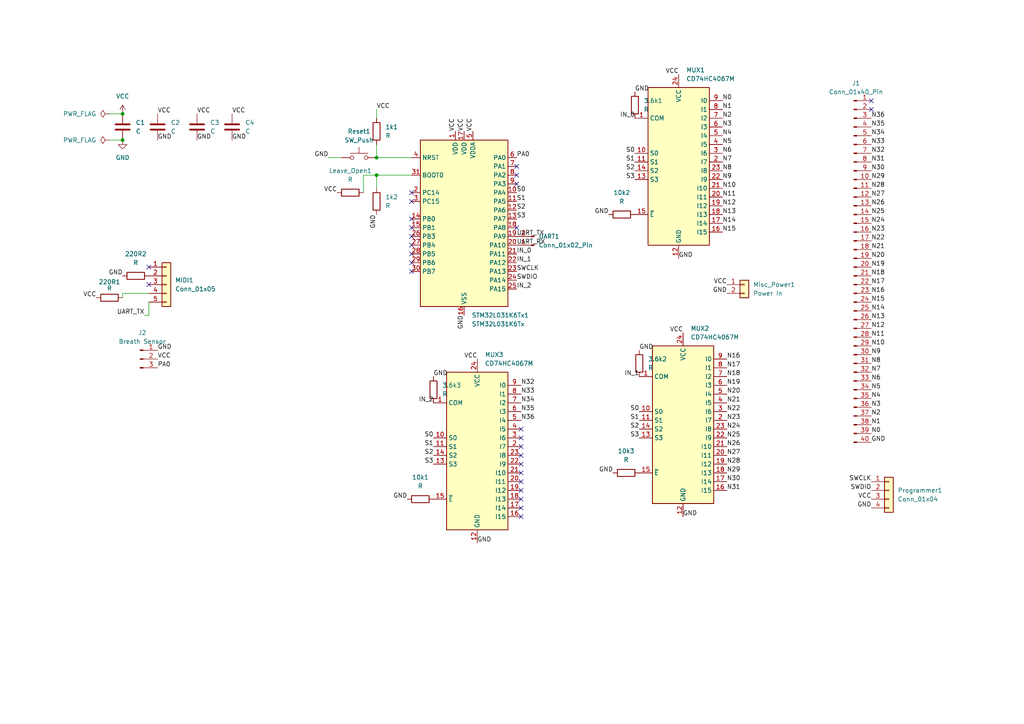
<source format=kicad_sch>
(kicad_sch (version 20231120) (generator "eeschema") (generator_version "8.0")
  (paper "A4")
  (lib_symbols
    (symbol "74xx:CD74HC4067M"
      (property "Reference" "U" (at -8.89 22.86 0))
      (property "Value" "CD74HC4067M" (at 1.27 22.86 0))
      (symbol "CD74HC4067M_0_1"
        (rectangle (start -8.89 21.59) (end 8.89 -24.13) (stroke (width 0.254)) (fill (type background)))
      )
      (symbol "CD74HC4067M_1_1"
        (pin passive line (at -12.7 12.7 0) (length 3.81) (name "COM") (number "1"))
        (pin input line (at -12.7 2.54 0) (length 3.81) (name "S0") (number "10"))
        (pin input line (at -12.7 0 0) (length 3.81) (name "S1") (number "11"))
        (pin power_in line (at 0 -27.94 90) (length 3.81) (name "GND") (number "12"))
        (pin input line (at -12.7 -5.08 0) (length 3.81) (name "S3") (number "13"))
        (pin input line (at -12.7 -2.54 0) (length 3.81) (name "S2") (number "14"))
        (pin input line (at -12.7 -15.24 0) (length 3.81) (name "~{E}") (number "15"))
        (pin passive line (at 12.7 -20.32 180) (length 3.81) (name "I15") (number "16"))
        (pin passive line (at 12.7 -17.78 180) (length 3.81) (name "I14") (number "17"))
        (pin passive line (at 12.7 -15.24 180) (length 3.81) (name "I13") (number "18"))
        (pin passive line (at 12.7 -12.7 180) (length 3.81) (name "I12") (number "19"))
        (pin passive line (at 12.7 0 180) (length 3.81) (name "I7") (number "2"))
        (pin passive line (at 12.7 -10.16 180) (length 3.81) (name "I11") (number "20"))
        (pin passive line (at 12.7 -7.62 180) (length 3.81) (name "I10") (number "21"))
        (pin passive line (at 12.7 -5.08 180) (length 3.81) (name "I9") (number "22"))
        (pin passive line (at 12.7 -2.54 180) (length 3.81) (name "I8") (number "23"))
        (pin power_in line (at 0 25.4 270) (length 3.81) (name "VCC") (number "24"))
        (pin passive line (at 12.7 2.54 180) (length 3.81) (name "I6") (number "3"))
        (pin passive line (at 12.7 5.08 180) (length 3.81) (name "I5") (number "4"))
        (pin passive line (at 12.7 7.62 180) (length 3.81) (name "I4") (number "5"))
        (pin passive line (at 12.7 10.16 180) (length 3.81) (name "I3") (number "6"))
        (pin passive line (at 12.7 12.7 180) (length 3.81) (name "I2") (number "7"))
        (pin passive line (at 12.7 15.24 180) (length 3.81) (name "I1") (number "8"))
        (pin passive line (at 12.7 17.78 180) (length 3.81) (name "I0") (number "9"))
      )
    )
    (symbol "Connector:Conn_01x02_Pin" (pin_names (offset 1.016) hide)
      (property "Reference" "J" (at 0 2.54 0))
      (property "Value" "Conn_01x02_Pin" (at 0 -5.08 0))
      (symbol "Conn_01x02_Pin_1_1"
        (polyline (pts (xy 1.27 -2.54) (xy 0.8636 -2.54)) (stroke (width 0.1524)))
        (polyline (pts (xy 1.27 0) (xy 0.8636 0)) (stroke (width 0.1524)))
        (rectangle (start 0.8636 -2.413) (end 0 -2.667) (stroke (width 0.1524)) (fill (type outline)))
        (rectangle (start 0.8636 0.127) (end 0 -0.127) (stroke (width 0.1524)) (fill (type outline)))
        (pin passive line (at 5.08 0 180) (length 3.81) (name "Pin_1") (number "1"))
        (pin passive line (at 5.08 -2.54 180) (length 3.81) (name "Pin_2") (number "2"))
      )
    )
    (symbol "Connector:Conn_01x03_Pin" (pin_names (offset 1.016) hide)
      (property "Reference" "J" (at 0 5.08 0))
      (property "Value" "Conn_01x03_Pin" (at 0 -5.08 0))
      (symbol "Conn_01x03_Pin_1_1"
        (polyline (pts (xy 1.27 -2.54) (xy 0.8636 -2.54)) (stroke (width 0.1524)))
        (polyline (pts (xy 1.27 0) (xy 0.8636 0)) (stroke (width 0.1524)))
        (polyline (pts (xy 1.27 2.54) (xy 0.8636 2.54)) (stroke (width 0.1524)))
        (rectangle (start 0.8636 -2.413) (end 0 -2.667) (stroke (width 0.1524)) (fill (type outline)))
        (rectangle (start 0.8636 0.127) (end 0 -0.127) (stroke (width 0.1524)) (fill (type outline)))
        (rectangle (start 0.8636 2.667) (end 0 2.413) (stroke (width 0.1524)) (fill (type outline)))
        (pin passive line (at 5.08 2.54 180) (length 3.81) (name "Pin_1") (number "1"))
        (pin passive line (at 5.08 0 180) (length 3.81) (name "Pin_2") (number "2"))
        (pin passive line (at 5.08 -2.54 180) (length 3.81) (name "Pin_3") (number "3"))
      )
    )
    (symbol "Connector:Conn_01x40_Pin" (pin_names (offset 1.016) hide)
      (property "Reference" "J" (at 0 50.8 0))
      (property "Value" "Conn_01x40_Pin" (at 0 -53.34 0))
      (symbol "Conn_01x40_Pin_1_1"
        (polyline (pts (xy 1.27 -50.8) (xy 0.8636 -50.8)) (stroke (width 0.1524)))
        (polyline (pts (xy 1.27 -48.26) (xy 0.8636 -48.26)) (stroke (width 0.1524)))
        (polyline (pts (xy 1.27 -45.72) (xy 0.8636 -45.72)) (stroke (width 0.1524)))
        (polyline (pts (xy 1.27 -43.18) (xy 0.8636 -43.18)) (stroke (width 0.1524)))
        (polyline (pts (xy 1.27 -40.64) (xy 0.8636 -40.64)) (stroke (width 0.1524)))
        (polyline (pts (xy 1.27 -38.1) (xy 0.8636 -38.1)) (stroke (width 0.1524)))
        (polyline (pts (xy 1.27 -35.56) (xy 0.8636 -35.56)) (stroke (width 0.1524)))
        (polyline (pts (xy 1.27 -33.02) (xy 0.8636 -33.02)) (stroke (width 0.1524)))
        (polyline (pts (xy 1.27 -30.48) (xy 0.8636 -30.48)) (stroke (width 0.1524)))
        (polyline (pts (xy 1.27 -27.94) (xy 0.8636 -27.94)) (stroke (width 0.1524)))
        (polyline (pts (xy 1.27 -25.4) (xy 0.8636 -25.4)) (stroke (width 0.1524)))
        (polyline (pts (xy 1.27 -22.86) (xy 0.8636 -22.86)) (stroke (width 0.1524)))
        (polyline (pts (xy 1.27 -20.32) (xy 0.8636 -20.32)) (stroke (width 0.1524)))
        (polyline (pts (xy 1.27 -17.78) (xy 0.8636 -17.78)) (stroke (width 0.1524)))
        (polyline (pts (xy 1.27 -15.24) (xy 0.8636 -15.24)) (stroke (width 0.1524)))
        (polyline (pts (xy 1.27 -12.7) (xy 0.8636 -12.7)) (stroke (width 0.1524)))
        (polyline (pts (xy 1.27 -10.16) (xy 0.8636 -10.16)) (stroke (width 0.1524)))
        (polyline (pts (xy 1.27 -7.62) (xy 0.8636 -7.62)) (stroke (width 0.1524)))
        (polyline (pts (xy 1.27 -5.08) (xy 0.8636 -5.08)) (stroke (width 0.1524)))
        (polyline (pts (xy 1.27 -2.54) (xy 0.8636 -2.54)) (stroke (width 0.1524)))
        (polyline (pts (xy 1.27 0) (xy 0.8636 0)) (stroke (width 0.1524)))
        (polyline (pts (xy 1.27 2.54) (xy 0.8636 2.54)) (stroke (width 0.1524)))
        (polyline (pts (xy 1.27 5.08) (xy 0.8636 5.08)) (stroke (width 0.1524)))
        (polyline (pts (xy 1.27 7.62) (xy 0.8636 7.62)) (stroke (width 0.1524)))
        (polyline (pts (xy 1.27 10.16) (xy 0.8636 10.16)) (stroke (width 0.1524)))
        (polyline (pts (xy 1.27 12.7) (xy 0.8636 12.7)) (stroke (width 0.1524)))
        (polyline (pts (xy 1.27 15.24) (xy 0.8636 15.24)) (stroke (width 0.1524)))
        (polyline (pts (xy 1.27 17.78) (xy 0.8636 17.78)) (stroke (width 0.1524)))
        (polyline (pts (xy 1.27 20.32) (xy 0.8636 20.32)) (stroke (width 0.1524)))
        (polyline (pts (xy 1.27 22.86) (xy 0.8636 22.86)) (stroke (width 0.1524)))
        (polyline (pts (xy 1.27 25.4) (xy 0.8636 25.4)) (stroke (width 0.1524)))
        (polyline (pts (xy 1.27 27.94) (xy 0.8636 27.94)) (stroke (width 0.1524)))
        (polyline (pts (xy 1.27 30.48) (xy 0.8636 30.48)) (stroke (width 0.1524)))
        (polyline (pts (xy 1.27 33.02) (xy 0.8636 33.02)) (stroke (width 0.1524)))
        (polyline (pts (xy 1.27 35.56) (xy 0.8636 35.56)) (stroke (width 0.1524)))
        (polyline (pts (xy 1.27 38.1) (xy 0.8636 38.1)) (stroke (width 0.1524)))
        (polyline (pts (xy 1.27 40.64) (xy 0.8636 40.64)) (stroke (width 0.1524)))
        (polyline (pts (xy 1.27 43.18) (xy 0.8636 43.18)) (stroke (width 0.1524)))
        (polyline (pts (xy 1.27 45.72) (xy 0.8636 45.72)) (stroke (width 0.1524)))
        (polyline (pts (xy 1.27 48.26) (xy 0.8636 48.26)) (stroke (width 0.1524)))
        (rectangle (start 0.8636 -50.673) (end 0 -50.927) (stroke (width 0.1524)) (fill (type outline)))
        (rectangle (start 0.8636 -48.133) (end 0 -48.387) (stroke (width 0.1524)) (fill (type outline)))
        (rectangle (start 0.8636 -45.593) (end 0 -45.847) (stroke (width 0.1524)) (fill (type outline)))
        (rectangle (start 0.8636 -43.053) (end 0 -43.307) (stroke (width 0.1524)) (fill (type outline)))
        (rectangle (start 0.8636 -40.513) (end 0 -40.767) (stroke (width 0.1524)) (fill (type outline)))
        (rectangle (start 0.8636 -37.973) (end 0 -38.227) (stroke (width 0.1524)) (fill (type outline)))
        (rectangle (start 0.8636 -35.433) (end 0 -35.687) (stroke (width 0.1524)) (fill (type outline)))
        (rectangle (start 0.8636 -32.893) (end 0 -33.147) (stroke (width 0.1524)) (fill (type outline)))
        (rectangle (start 0.8636 -30.353) (end 0 -30.607) (stroke (width 0.1524)) (fill (type outline)))
        (rectangle (start 0.8636 -27.813) (end 0 -28.067) (stroke (width 0.1524)) (fill (type outline)))
        (rectangle (start 0.8636 -25.273) (end 0 -25.527) (stroke (width 0.1524)) (fill (type outline)))
        (rectangle (start 0.8636 -22.733) (end 0 -22.987) (stroke (width 0.1524)) (fill (type outline)))
        (rectangle (start 0.8636 -20.193) (end 0 -20.447) (stroke (width 0.1524)) (fill (type outline)))
        (rectangle (start 0.8636 -17.653) (end 0 -17.907) (stroke (width 0.1524)) (fill (type outline)))
        (rectangle (start 0.8636 -15.113) (end 0 -15.367) (stroke (width 0.1524)) (fill (type outline)))
        (rectangle (start 0.8636 -12.573) (end 0 -12.827) (stroke (width 0.1524)) (fill (type outline)))
        (rectangle (start 0.8636 -10.033) (end 0 -10.287) (stroke (width 0.1524)) (fill (type outline)))
        (rectangle (start 0.8636 -7.493) (end 0 -7.747) (stroke (width 0.1524)) (fill (type outline)))
        (rectangle (start 0.8636 -4.953) (end 0 -5.207) (stroke (width 0.1524)) (fill (type outline)))
        (rectangle (start 0.8636 -2.413) (end 0 -2.667) (stroke (width 0.1524)) (fill (type outline)))
        (rectangle (start 0.8636 0.127) (end 0 -0.127) (stroke (width 0.1524)) (fill (type outline)))
        (rectangle (start 0.8636 2.667) (end 0 2.413) (stroke (width 0.1524)) (fill (type outline)))
        (rectangle (start 0.8636 5.207) (end 0 4.953) (stroke (width 0.1524)) (fill (type outline)))
        (rectangle (start 0.8636 7.747) (end 0 7.493) (stroke (width 0.1524)) (fill (type outline)))
        (rectangle (start 0.8636 10.287) (end 0 10.033) (stroke (width 0.1524)) (fill (type outline)))
        (rectangle (start 0.8636 12.827) (end 0 12.573) (stroke (width 0.1524)) (fill (type outline)))
        (rectangle (start 0.8636 15.367) (end 0 15.113) (stroke (width 0.1524)) (fill (type outline)))
        (rectangle (start 0.8636 17.907) (end 0 17.653) (stroke (width 0.1524)) (fill (type outline)))
        (rectangle (start 0.8636 20.447) (end 0 20.193) (stroke (width 0.1524)) (fill (type outline)))
        (rectangle (start 0.8636 22.987) (end 0 22.733) (stroke (width 0.1524)) (fill (type outline)))
        (rectangle (start 0.8636 25.527) (end 0 25.273) (stroke (width 0.1524)) (fill (type outline)))
        (rectangle (start 0.8636 28.067) (end 0 27.813) (stroke (width 0.1524)) (fill (type outline)))
        (rectangle (start 0.8636 30.607) (end 0 30.353) (stroke (width 0.1524)) (fill (type outline)))
        (rectangle (start 0.8636 33.147) (end 0 32.893) (stroke (width 0.1524)) (fill (type outline)))
        (rectangle (start 0.8636 35.687) (end 0 35.433) (stroke (width 0.1524)) (fill (type outline)))
        (rectangle (start 0.8636 38.227) (end 0 37.973) (stroke (width 0.1524)) (fill (type outline)))
        (rectangle (start 0.8636 40.767) (end 0 40.513) (stroke (width 0.1524)) (fill (type outline)))
        (rectangle (start 0.8636 43.307) (end 0 43.053) (stroke (width 0.1524)) (fill (type outline)))
        (rectangle (start 0.8636 45.847) (end 0 45.593) (stroke (width 0.1524)) (fill (type outline)))
        (rectangle (start 0.8636 48.387) (end 0 48.133) (stroke (width 0.1524)) (fill (type outline)))
        (pin passive line (at 5.08 48.26 180) (length 3.81) (name "Pin_1") (number "1"))
        (pin passive line (at 5.08 25.4 180) (length 3.81) (name "Pin_10") (number "10"))
        (pin passive line (at 5.08 22.86 180) (length 3.81) (name "Pin_11") (number "11"))
        (pin passive line (at 5.08 20.32 180) (length 3.81) (name "Pin_12") (number "12"))
        (pin passive line (at 5.08 17.78 180) (length 3.81) (name "Pin_13") (number "13"))
        (pin passive line (at 5.08 15.24 180) (length 3.81) (name "Pin_14") (number "14"))
        (pin passive line (at 5.08 12.7 180) (length 3.81) (name "Pin_15") (number "15"))
        (pin passive line (at 5.08 10.16 180) (length 3.81) (name "Pin_16") (number "16"))
        (pin passive line (at 5.08 7.62 180) (length 3.81) (name "Pin_17") (number "17"))
        (pin passive line (at 5.08 5.08 180) (length 3.81) (name "Pin_18") (number "18"))
        (pin passive line (at 5.08 2.54 180) (length 3.81) (name "Pin_19") (number "19"))
        (pin passive line (at 5.08 45.72 180) (length 3.81) (name "Pin_2") (number "2"))
        (pin passive line (at 5.08 0 180) (length 3.81) (name "Pin_20") (number "20"))
        (pin passive line (at 5.08 -2.54 180) (length 3.81) (name "Pin_21") (number "21"))
        (pin passive line (at 5.08 -5.08 180) (length 3.81) (name "Pin_22") (number "22"))
        (pin passive line (at 5.08 -7.62 180) (length 3.81) (name "Pin_23") (number "23"))
        (pin passive line (at 5.08 -10.16 180) (length 3.81) (name "Pin_24") (number "24"))
        (pin passive line (at 5.08 -12.7 180) (length 3.81) (name "Pin_25") (number "25"))
        (pin passive line (at 5.08 -15.24 180) (length 3.81) (name "Pin_26") (number "26"))
        (pin passive line (at 5.08 -17.78 180) (length 3.81) (name "Pin_27") (number "27"))
        (pin passive line (at 5.08 -20.32 180) (length 3.81) (name "Pin_28") (number "28"))
        (pin passive line (at 5.08 -22.86 180) (length 3.81) (name "Pin_29") (number "29"))
        (pin passive line (at 5.08 43.18 180) (length 3.81) (name "Pin_3") (number "3"))
        (pin passive line (at 5.08 -25.4 180) (length 3.81) (name "Pin_30") (number "30"))
        (pin passive line (at 5.08 -27.94 180) (length 3.81) (name "Pin_31") (number "31"))
        (pin passive line (at 5.08 -30.48 180) (length 3.81) (name "Pin_32") (number "32"))
        (pin passive line (at 5.08 -33.02 180) (length 3.81) (name "Pin_33") (number "33"))
        (pin passive line (at 5.08 -35.56 180) (length 3.81) (name "Pin_34") (number "34"))
        (pin passive line (at 5.08 -38.1 180) (length 3.81) (name "Pin_35") (number "35"))
        (pin passive line (at 5.08 -40.64 180) (length 3.81) (name "Pin_36") (number "36"))
        (pin passive line (at 5.08 -43.18 180) (length 3.81) (name "Pin_37") (number "37"))
        (pin passive line (at 5.08 -45.72 180) (length 3.81) (name "Pin_38") (number "38"))
        (pin passive line (at 5.08 -48.26 180) (length 3.81) (name "Pin_39") (number "39"))
        (pin passive line (at 5.08 40.64 180) (length 3.81) (name "Pin_4") (number "4"))
        (pin passive line (at 5.08 -50.8 180) (length 3.81) (name "Pin_40") (number "40"))
        (pin passive line (at 5.08 38.1 180) (length 3.81) (name "Pin_5") (number "5"))
        (pin passive line (at 5.08 35.56 180) (length 3.81) (name "Pin_6") (number "6"))
        (pin passive line (at 5.08 33.02 180) (length 3.81) (name "Pin_7") (number "7"))
        (pin passive line (at 5.08 30.48 180) (length 3.81) (name "Pin_8") (number "8"))
        (pin passive line (at 5.08 27.94 180) (length 3.81) (name "Pin_9") (number "9"))
      )
    )
    (symbol "Connector_Generic:Conn_01x02" (pin_names (offset 1.016) hide)
      (property "Reference" "J" (at 0 2.54 0))
      (property "Value" "Conn_01x02" (at 0 -5.08 0))
      (symbol "Conn_01x02_1_1"
        (rectangle (start -1.27 -2.413) (end 0 -2.667) (stroke (width 0.1524)))
        (rectangle (start -1.27 0.127) (end 0 -0.127) (stroke (width 0.1524)))
        (rectangle (start -1.27 1.27) (end 1.27 -3.81) (stroke (width 0.254)) (fill (type background)))
        (pin passive line (at -5.08 0 0) (length 3.81) (name "Pin_1") (number "1"))
        (pin passive line (at -5.08 -2.54 0) (length 3.81) (name "Pin_2") (number "2"))
      )
    )
    (symbol "Connector_Generic:Conn_01x04" (pin_names (offset 1.016) hide)
      (property "Reference" "J" (at 0 5.08 0))
      (property "Value" "Conn_01x04" (at 0 -7.62 0))
      (symbol "Conn_01x04_1_1"
        (rectangle (start -1.27 -4.953) (end 0 -5.207) (stroke (width 0.1524)))
        (rectangle (start -1.27 -2.413) (end 0 -2.667) (stroke (width 0.1524)))
        (rectangle (start -1.27 0.127) (end 0 -0.127) (stroke (width 0.1524)))
        (rectangle (start -1.27 2.667) (end 0 2.413) (stroke (width 0.1524)))
        (rectangle (start -1.27 3.81) (end 1.27 -6.35) (stroke (width 0.254)) (fill (type background)))
        (pin passive line (at -5.08 2.54 0) (length 3.81) (name "Pin_1") (number "1"))
        (pin passive line (at -5.08 0 0) (length 3.81) (name "Pin_2") (number "2"))
        (pin passive line (at -5.08 -2.54 0) (length 3.81) (name "Pin_3") (number "3"))
        (pin passive line (at -5.08 -5.08 0) (length 3.81) (name "Pin_4") (number "4"))
      )
    )
    (symbol "Connector_Generic:Conn_01x05" (pin_names (offset 1.016) hide)
      (property "Reference" "J" (at 0 7.62 0))
      (property "Value" "Conn_01x05" (at 0 -7.62 0))
      (symbol "Conn_01x05_1_1"
        (rectangle (start -1.27 -4.953) (end 0 -5.207) (stroke (width 0.1524)))
        (rectangle (start -1.27 -2.413) (end 0 -2.667) (stroke (width 0.1524)))
        (rectangle (start -1.27 0.127) (end 0 -0.127) (stroke (width 0.1524)))
        (rectangle (start -1.27 2.667) (end 0 2.413) (stroke (width 0.1524)))
        (rectangle (start -1.27 5.207) (end 0 4.953) (stroke (width 0.1524)))
        (rectangle (start -1.27 6.35) (end 1.27 -6.35) (stroke (width 0.254)) (fill (type background)))
        (pin passive line (at -5.08 5.08 0) (length 3.81) (name "Pin_1") (number "1"))
        (pin passive line (at -5.08 2.54 0) (length 3.81) (name "Pin_2") (number "2"))
        (pin passive line (at -5.08 0 0) (length 3.81) (name "Pin_3") (number "3"))
        (pin passive line (at -5.08 -2.54 0) (length 3.81) (name "Pin_4") (number "4"))
        (pin passive line (at -5.08 -5.08 0) (length 3.81) (name "Pin_5") (number "5"))
      )
    )
    (symbol "Device:C" (pin_numbers hide) (pin_names (offset 0.254))
      (property "Reference" "C" (at 0.635 2.54 0))
      (property "Value" "C" (at 0.635 -2.54 0))
      (symbol "C_0_1"
        (polyline (pts (xy -2.032 -0.762) (xy 2.032 -0.762)) (stroke (width 0.508)))
        (polyline (pts (xy -2.032 0.762) (xy 2.032 0.762)) (stroke (width 0.508)))
      )
      (symbol "C_1_1"
        (pin passive line (at 0 3.81 270) (length 2.794) (name "~") (number "1"))
        (pin passive line (at 0 -3.81 90) (length 2.794) (name "~") (number "2"))
      )
    )
    (symbol "Device:R" (pin_numbers hide) (pin_names (offset 0))
      (property "Reference" "R" (at 2.032 0 90))
      (property "Value" "R" (at 0 0 90))
      (symbol "R_0_1"
        (rectangle (start -1.016 -2.54) (end 1.016 2.54) (stroke (width 0.254)))
      )
      (symbol "R_1_1"
        (pin passive line (at 0 3.81 270) (length 1.27) (name "~") (number "1"))
        (pin passive line (at 0 -3.81 90) (length 1.27) (name "~") (number "2"))
      )
    )
    (symbol "MCU_ST_STM32L0:STM32L031K6Tx"
      (property "Reference" "U" (at -12.7 26.67 0))
      (property "Value" "STM32L031K6Tx" (at 5.08 26.67 0))
      (symbol "STM32L031K6Tx_0_1"
        (rectangle (start -12.7 -22.86) (end 12.7 25.4) (stroke (width 0.254)) (fill (type background)))
      )
      (symbol "STM32L031K6Tx_1_1"
        (pin power_in line (at -2.54 27.94 270) (length 2.54) (name "VDD") (number "1"))
        (pin bidirectional line (at 15.24 10.16 180) (length 2.54) (name "PA4") (number "10"))
        (pin bidirectional line (at 15.24 7.62 180) (length 2.54) (name "PA5") (number "11"))
        (pin bidirectional line (at 15.24 5.08 180) (length 2.54) (name "PA6") (number "12"))
        (pin bidirectional line (at 15.24 2.54 180) (length 2.54) (name "PA7") (number "13"))
        (pin bidirectional line (at -15.24 2.54 0) (length 2.54) (name "PB0") (number "14"))
        (pin bidirectional line (at -15.24 0 0) (length 2.54) (name "PB1") (number "15"))
        (pin power_in line (at 0 -25.4 90) (length 2.54) (name "VSS") (number "16"))
        (pin power_in line (at 0 27.94 270) (length 2.54) (name "VDD") (number "17"))
        (pin bidirectional line (at 15.24 0 180) (length 2.54) (name "PA8") (number "18"))
        (pin bidirectional line (at 15.24 -2.54 180) (length 2.54) (name "PA9") (number "19"))
        (pin bidirectional line (at -15.24 10.16 0) (length 2.54) (name "PC14") (number "2"))
        (pin bidirectional line (at 15.24 -5.08 180) (length 2.54) (name "PA10") (number "20"))
        (pin bidirectional line (at 15.24 -7.62 180) (length 2.54) (name "PA11") (number "21"))
        (pin bidirectional line (at 15.24 -10.16 180) (length 2.54) (name "PA12") (number "22"))
        (pin bidirectional line (at 15.24 -12.7 180) (length 2.54) (name "PA13") (number "23"))
        (pin bidirectional line (at 15.24 -15.24 180) (length 2.54) (name "PA14") (number "24"))
        (pin bidirectional line (at 15.24 -17.78 180) (length 2.54) (name "PA15") (number "25"))
        (pin bidirectional line (at -15.24 -2.54 0) (length 2.54) (name "PB3") (number "26"))
        (pin bidirectional line (at -15.24 -5.08 0) (length 2.54) (name "PB4") (number "27"))
        (pin bidirectional line (at -15.24 -7.62 0) (length 2.54) (name "PB5") (number "28"))
        (pin bidirectional line (at -15.24 -10.16 0) (length 2.54) (name "PB6") (number "29"))
        (pin bidirectional line (at -15.24 7.62 0) (length 2.54) (name "PC15") (number "3"))
        (pin bidirectional line (at -15.24 -12.7 0) (length 2.54) (name "PB7") (number "30"))
        (pin input line (at -15.24 15.24 0) (length 2.54) (name "BOOT0") (number "31"))
        (pin passive line (at 0 -25.4 90) (length 2.54) hide (name "VSS") (number "32"))
        (pin input line (at -15.24 20.32 0) (length 2.54) (name "NRST") (number "4"))
        (pin power_in line (at 2.54 27.94 270) (length 2.54) (name "VDDA") (number "5"))
        (pin bidirectional line (at 15.24 20.32 180) (length 2.54) (name "PA0") (number "6"))
        (pin bidirectional line (at 15.24 17.78 180) (length 2.54) (name "PA1") (number "7"))
        (pin bidirectional line (at 15.24 15.24 180) (length 2.54) (name "PA2") (number "8"))
        (pin bidirectional line (at 15.24 12.7 180) (length 2.54) (name "PA3") (number "9"))
      )
    )
    (symbol "Switch:SW_Push" (pin_numbers hide) (pin_names (offset 1.016) hide)
      (property "Reference" "SW" (at 1.27 2.54 0))
      (property "Value" "SW_Push" (at 0 -1.524 0))
      (symbol "SW_Push_0_1"
        (circle (center -2.032 0) (radius 0.508))
        (polyline (pts (xy 0 1.27) (xy 0 3.048)))
        (polyline (pts (xy 2.54 1.27) (xy -2.54 1.27)))
        (circle (center 2.032 0) (radius 0.508))
        (pin passive line (at -5.08 0 0) (length 2.54) (name "1") (number "1"))
        (pin passive line (at 5.08 0 180) (length 2.54) (name "2") (number "2"))
      )
    )
    (symbol "power:+3.3V" (power) (pin_numbers hide) (pin_names (offset 0) hide)
      (property "Value" "+3.3V" (at 0 3.556 0))
      (symbol "+3.3V_0_1"
        (polyline (pts (xy -0.762 1.27) (xy 0 2.54)))
        (polyline (pts (xy 0 0) (xy 0 2.54)))
        (polyline (pts (xy 0 2.54) (xy 0.762 1.27)))
      )
      (symbol "+3.3V_1_1"
        (pin power_in line (at 0 0 90) (length 0) (name "~") (number "1"))
      )
    )
    (symbol "power:GND" (power) (pin_numbers hide) (pin_names (offset 0) hide)
      (property "Value" "GND" (at 0 -3.81 0))
      (symbol "GND_0_1"
        (polyline (pts (xy 0 0) (xy 0 -1.27) (xy 1.27 -1.27) (xy 0 -2.54) (xy -1.27 -1.27) (xy 0 -1.27)))
      )
      (symbol "GND_1_1"
        (pin power_in line (at 0 0 270) (length 0) (name "~") (number "1"))
      )
    )
    (symbol "power:PWR_FLAG" (power) (pin_numbers hide) (pin_names (offset 0) hide)
      (property "Value" "PWR_FLAG" (at 0 3.81 0))
      (symbol "PWR_FLAG_0_0"
        (pin power_out line (at 0 0 90) (length 0) (name "~") (number "1"))
      )
      (symbol "PWR_FLAG_0_1"
        (polyline (pts (xy 0 0) (xy 0 1.27) (xy -1.016 1.905) (xy 0 2.54) (xy 1.016 1.905) (xy 0 1.27)))
      )
    )
  )
  (junction (at 35.56 33.02))
  (junction (at 109.22 50.8))
  (junction (at 109.22 45.72))
  (junction (at 35.56 40.64))
  (no_connect (at 43.18 77.47))
  (no_connect (at 252.73 31.75))
  (no_connect (at 149.86 48.26))
  (no_connect (at 149.86 66.04))
  (no_connect (at 151.13 139.7))
  (no_connect (at 119.38 73.66))
  (no_connect (at 119.38 66.04))
  (no_connect (at 119.38 71.12))
  (no_connect (at 149.86 53.34))
  (no_connect (at 151.13 142.24))
  (no_connect (at 151.13 132.08))
  (no_connect (at 252.73 29.21))
  (no_connect (at 149.86 50.8))
  (no_connect (at 151.13 147.32))
  (no_connect (at 119.38 76.2))
  (no_connect (at 151.13 134.62))
  (no_connect (at 119.38 68.58))
  (no_connect (at 151.13 124.46))
  (no_connect (at 151.13 144.78))
  (no_connect (at 119.38 78.74))
  (no_connect (at 151.13 129.54))
  (no_connect (at 151.13 137.16))
  (no_connect (at 119.38 55.88))
  (no_connect (at 43.18 82.55))
  (no_connect (at 151.13 149.86))
  (no_connect (at 119.38 58.42))
  (no_connect (at 151.13 127))
  (no_connect (at 119.38 63.5))
  (wire (pts (xy 35.56 85.09) (xy 43.18 85.09)))
  (wire (pts (xy 31.75 33.02) (xy 35.56 33.02)))
  (wire (pts (xy 109.22 41.91) (xy 109.22 45.72)))
  (wire (pts (xy 109.22 31.75) (xy 109.22 34.29)))
  (wire (pts (xy 109.22 50.8) (xy 109.22 54.61)))
  (wire (pts (xy 119.38 50.8) (xy 109.22 50.8)))
  (wire (pts (xy 105.41 50.8) (xy 109.22 50.8)))
  (wire (pts (xy 35.56 86.36) (xy 35.56 85.09)))
  (wire (pts (xy 31.75 40.64) (xy 35.56 40.64)))
  (wire (pts (xy 119.38 45.72) (xy 109.22 45.72)))
  (wire (pts (xy 95.25 45.72) (xy 99.06 45.72)))
  (wire (pts (xy 105.41 50.8) (xy 105.41 55.88)))
  (wire (pts (xy 43.18 91.44) (xy 43.18 87.63)))
  (wire (pts (xy 41.91 91.44) (xy 43.18 91.44)))
  (label "N36" (at 252.73 34.29 0))
  (label "N6" (at 252.73 110.49 0))
  (label "GND" (at 196.85 74.93 0))
  (label "N11" (at 252.73 97.79 0))
  (label "N21" (at 252.73 72.39 0))
  (label "VCC" (at 109.22 31.75 0))
  (label "N10" (at 209.55 54.61 0))
  (label "N28" (at 210.82 134.62 0))
  (label "IN_0" (at 184.15 34.29 180))
  (label "UART_TX" (at 149.86 68.58 0))
  (label "GND" (at 45.72 101.6 0))
  (label "N34" (at 151.13 116.84 0))
  (label "S1" (at 185.42 121.92 180))
  (label "N31" (at 210.82 142.24 0))
  (label "N23" (at 252.73 67.31 0))
  (label "S2" (at 125.73 132.08 180))
  (label "S1" (at 184.15 46.99 180))
  (label "VCC" (at 97.79 55.88 180))
  (label "N20" (at 210.82 114.3 0))
  (label "VCC" (at 134.62 38.1 90))
  (label "GND" (at 35.56 80.01 180))
  (label "N5" (at 209.55 41.91 0))
  (label "N2" (at 209.55 34.29 0))
  (label "VCC" (at 27.94 86.36 180))
  (label "S3" (at 125.73 134.62 180))
  (label "N1" (at 252.73 123.19 0))
  (label "SWCLK" (at 252.73 139.7 180))
  (label "N9" (at 252.73 102.87 0))
  (label "N35" (at 252.73 36.83 0))
  (label "N7" (at 252.73 107.95 0))
  (label "S2" (at 185.42 124.46 180))
  (label "N33" (at 252.73 41.91 0))
  (label "VCC" (at 196.85 21.59 180))
  (label "N26" (at 210.82 129.54 0))
  (label "UART_RX" (at 149.86 71.12 0))
  (label "SWDIO" (at 252.73 142.24 180))
  (label "GND" (at 57.15 40.64 0))
  (label "VCC" (at 57.15 33.02 0))
  (label "VCC" (at 138.43 104.14 180))
  (label "N25" (at 210.82 127 0))
  (label "S0" (at 149.86 55.88 0))
  (label "S3" (at 184.15 52.07 180))
  (label "N32" (at 151.13 111.76 0))
  (label "S0" (at 185.42 119.38 180))
  (label "N12" (at 252.73 95.25 0))
  (label "GND" (at 125.73 109.22 0))
  (label "UART_TX" (at 41.91 91.44 180))
  (label "N22" (at 252.73 69.85 0))
  (label "GND" (at 252.73 147.32 180))
  (label "N7" (at 209.55 46.99 0))
  (label "N13" (at 209.55 62.23 0))
  (label "N29" (at 252.73 52.07 0))
  (label "N30" (at 210.82 139.7 0))
  (label "N4" (at 209.55 39.37 0))
  (label "N27" (at 252.73 57.15 0))
  (label "GND" (at 210.82 85.09 180))
  (label "N17" (at 210.82 106.68 0))
  (label "N33" (at 151.13 114.3 0))
  (label "GND" (at 45.72 40.64 0))
  (label "GND" (at 177.8 137.16 180))
  (label "N35" (at 151.13 119.38 0))
  (label "N4" (at 252.73 115.57 0))
  (label "IN_1" (at 149.86 76.2 0))
  (label "N28" (at 252.73 54.61 0))
  (label "N34" (at 252.73 39.37 0))
  (label "N2" (at 252.73 120.65 0))
  (label "S2" (at 149.86 60.96 0))
  (label "IN_0" (at 149.86 73.66 0))
  (label "N8" (at 209.55 49.53 0))
  (label "GND" (at 67.31 40.64 0))
  (label "GND" (at 138.43 157.48 0))
  (label "S3" (at 185.42 127 180))
  (label "VCC" (at 137.16 38.1 90))
  (label "N13" (at 252.73 92.71 0))
  (label "S0" (at 184.15 44.45 180))
  (label "N27" (at 210.82 132.08 0))
  (label "GND" (at 118.11 144.78 180))
  (label "N20" (at 252.73 74.93 0))
  (label "GND" (at 134.62 91.44 270))
  (label "VCC" (at 198.12 96.52 180))
  (label "N3" (at 252.73 118.11 0))
  (label "PA0" (at 149.86 45.72 0))
  (label "GND" (at 184.15 26.67 0))
  (label "N1" (at 209.55 31.75 0))
  (label "N31" (at 252.73 46.99 0))
  (label "VCC" (at 252.73 144.78 180))
  (label "N14" (at 252.73 90.17 0))
  (label "N25" (at 252.73 62.23 0))
  (label "N26" (at 252.73 59.69 0))
  (label "S0" (at 125.73 127 180))
  (label "N3" (at 209.55 36.83 0))
  (label "S1" (at 125.73 129.54 180))
  (label "N15" (at 209.55 67.31 0))
  (label "N19" (at 210.82 111.76 0))
  (label "VCC" (at 210.82 82.55 180))
  (label "VCC" (at 132.08 38.1 90))
  (label "SWCLK" (at 149.86 78.74 0))
  (label "IN_2" (at 149.86 83.82 0))
  (label "N18" (at 252.73 80.01 0))
  (label "N21" (at 210.82 116.84 0))
  (label "N9" (at 209.55 52.07 0))
  (label "N5" (at 252.73 113.03 0))
  (label "VCC" (at 45.72 104.14 0))
  (label "N32" (at 252.73 44.45 0))
  (label "N6" (at 209.55 44.45 0))
  (label "N22" (at 210.82 119.38 0))
  (label "SWDIO" (at 149.86 81.28 0))
  (label "GND" (at 252.73 128.27 0))
  (label "N12" (at 209.55 59.69 0))
  (label "N11" (at 209.55 57.15 0))
  (label "N18" (at 210.82 109.22 0))
  (label "N16" (at 210.82 104.14 0))
  (label "N8" (at 252.73 105.41 0))
  (label "S2" (at 184.15 49.53 180))
  (label "IN_2" (at 125.73 116.84 180))
  (label "N30" (at 252.73 49.53 0))
  (label "GND" (at 95.25 45.72 180))
  (label "N16" (at 252.73 85.09 0))
  (label "N17" (at 252.73 82.55 0))
  (label "N14" (at 209.55 64.77 0))
  (label "VCC" (at 45.72 33.02 0))
  (label "GND" (at 109.22 62.23 270))
  (label "VCC" (at 67.31 33.02 0))
  (label "N0" (at 252.73 125.73 0))
  (label "N15" (at 252.73 87.63 0))
  (label "N10" (at 252.73 100.33 0))
  (label "N24" (at 252.73 64.77 0))
  (label "N36" (at 151.13 121.92 0))
  (label "GND" (at 176.53 62.23 180))
  (label "GND" (at 185.42 101.6 0))
  (label "S3" (at 149.86 63.5 0))
  (label "N24" (at 210.82 124.46 0))
  (label "S1" (at 149.86 58.42 0))
  (label "N0" (at 209.55 29.21 0))
  (label "PA0" (at 45.72 106.68 0))
  (label "N19" (at 252.73 77.47 0))
  (label "GND" (at 198.12 149.86 0))
  (label "N29" (at 210.82 137.16 0))
  (label "N23" (at 210.82 121.92 0))
  (label "IN_1" (at 185.42 109.22 180))
  (symbol (lib_id "Device:C") (at 35.56 36.83 0) (unit 1)
    (property "Reference" "C1" (at 39.37 35.5599 0) (effects (justify left)))
    (property "Value" "C" (at 39.37 38.0999 0) (effects (justify left)))
    (property "Footprint" "Capacitor_SMD:C_0603_1608Metric_Pad1.08x0.95mm_HandSolder" (effects (hide yes)))
    (property "Description" "Unpolarized capacitor" (effects (hide yes)))
  )
  (symbol (lib_id "Connector_Generic:Conn_01x02") (at 215.9 82.55 0) (unit 1)
    (property "Reference" "Misc_Power1" (at 218.44 82.5499 0) (effects (justify left)))
    (property "Value" "Power In" (at 218.44 85.0899 0) (effects (justify left)))
    (property "Footprint" "Connector_PinHeader_2.54mm:PinHeader_1x02_P2.54mm_Vertical" (effects (hide yes)))
    (property "Description" "Generic connector, single row, 01x02, script generated (kicad-library-utils/schlib/autogen/connector/)" (effects (hide yes)))
  )
  (symbol (lib_id "74xx:CD74HC4067M") (at 196.85 46.99 0) (unit 1)
    (property "Reference" "MUX1" (at 199.0441 20.32 0) (effects (justify left)))
    (property "Value" "CD74HC4067M" (at 199.0441 22.86 0) (effects (justify left)))
    (property "Footprint" "Package_SO:SSOP-24_5.3x8.2mm_P0.65mm" (effects (hide yes)))
    (property "Datasheet" "http://www.ti.com/lit/ds/symlink/cd74hc4067.pdf" (effects (hide yes)))
    (property "Description" "High-Speed CMOS Logic 16-Channel Analog Multiplexer/Demultiplexer, SOIC-24" (effects (hide yes)))
  )
  (symbol (lib_id "Connector:Conn_01x03_Pin") (at 40.64 104.14 0) (unit 1)
    (property "Reference" "J2" (at 41.275 96.52 0))
    (property "Value" "Breath Sensor" (at 41.275 99.06 0))
    (property "Footprint" "Connector_PinHeader_2.54mm:PinHeader_1x03_P2.54mm_Vertical" (effects (hide yes)))
    (property "Description" "Generic connector, single row, 01x03, script generated" (effects (hide yes)))
  )
  (symbol (lib_id "Connector:Conn_01x02_Pin") (at 154.94 71.12 180) (unit 1)
    (property "Reference" "UART1" (at 156.21 68.5799 0) (effects (justify right)))
    (property "Value" "Conn_01x02_Pin" (at 156.21 71.1199 0) (effects (justify right)))
    (property "Footprint" "Connector_PinHeader_2.54mm:PinHeader_1x02_P2.54mm_Vertical" (effects (hide yes)))
    (property "Description" "Generic connector, single row, 01x02, script generated" (effects (hide yes)))
  )
  (symbol (lib_id "Device:R") (at 184.15 30.48 0) (unit 1)
    (property "Reference" "3.6k1" (at 186.69 29.2099 0) (effects (justify left)))
    (property "Value" "R" (at 186.69 31.7499 0) (effects (justify left)))
    (property "Footprint" "Resistor_SMD:R_0603_1608Metric_Pad0.98x0.95mm_HandSolder" (effects (hide yes)))
    (property "Description" "Resistor" (effects (hide yes)))
  )
  (symbol (lib_id "Device:R") (at 121.92 144.78 270) (unit 1)
    (property "Reference" "10k1" (at 121.92 138.43 90))
    (property "Value" "R" (at 121.92 140.97 90))
    (property "Footprint" "Resistor_SMD:R_0603_1608Metric_Pad0.98x0.95mm_HandSolder" (effects (hide yes)))
    (property "Description" "Resistor" (effects (hide yes)))
  )
  (symbol (lib_id "Connector_Generic:Conn_01x04") (at 257.81 142.24 0) (unit 1)
    (property "Reference" "Programmer1" (at 260.35 142.2399 0) (effects (justify left)))
    (property "Value" "Conn_01x04" (at 260.35 144.7799 0) (effects (justify left)))
    (property "Footprint" "Connector_PinHeader_2.54mm:PinHeader_1x04_P2.54mm_Vertical" (effects (hide yes)))
    (property "Description" "Generic connector, single row, 01x04, script generated (kicad-library-utils/schlib/autogen/connector/)" (effects (hide yes)))
  )
  (symbol (lib_id "Device:R") (at 101.6 55.88 270) (unit 1)
    (property "Reference" "Leave_Open1" (at 101.6 49.53 90))
    (property "Value" "R" (at 101.6 52.07 90))
    (property "Footprint" "Resistor_SMD:R_0603_1608Metric_Pad0.98x0.95mm_HandSolder" (effects (hide yes)))
    (property "Description" "Resistor" (effects (hide yes)))
  )
  (symbol (lib_id "power:PWR_FLAG") (at 31.75 33.02 90) (unit 1)
    (property "Reference" "#FLG01" (effects (hide yes)))
    (property "Value" "PWR_FLAG" (at 27.94 33.0199 90) (effects (justify left)))
    (property "Description" "Special symbol for telling ERC where power comes from" (effects (hide yes)))
  )
  (symbol (lib_id "power:PWR_FLAG") (at 31.75 40.64 90) (unit 1)
    (property "Reference" "#FLG02" (effects (hide yes)))
    (property "Value" "PWR_FLAG" (at 27.94 40.6399 90) (effects (justify left)))
    (property "Description" "Special symbol for telling ERC where power comes from" (effects (hide yes)))
  )
  (symbol (lib_id "Device:R") (at 39.37 80.01 90) (unit 1)
    (property "Reference" "220R2" (at 39.37 73.66 90))
    (property "Value" "R" (at 39.37 76.2 90))
    (property "Footprint" "Resistor_SMD:R_0603_1608Metric_Pad0.98x0.95mm_HandSolder" (effects (hide yes)))
    (property "Description" "Resistor" (effects (hide yes)))
  )
  (symbol (lib_id "Device:R") (at 109.22 38.1 0) (unit 1)
    (property "Reference" "1k1" (at 111.76 36.8299 0) (effects (justify left)))
    (property "Value" "R" (at 111.76 39.3699 0) (effects (justify left)))
    (property "Footprint" "Resistor_SMD:R_0603_1608Metric_Pad0.98x0.95mm_HandSolder" (effects (hide yes)))
    (property "Description" "Resistor" (effects (hide yes)))
  )
  (symbol (lib_id "Device:C") (at 67.31 36.83 0) (unit 1)
    (property "Reference" "C4" (at 71.12 35.5599 0) (effects (justify left)))
    (property "Value" "C" (at 71.12 38.0999 0) (effects (justify left)))
    (property "Footprint" "Capacitor_SMD:C_0603_1608Metric_Pad1.08x0.95mm_HandSolder" (effects (hide yes)))
    (property "Description" "Unpolarized capacitor" (effects (hide yes)))
  )
  (symbol (lib_id "power:+3.3V") (at 35.56 33.02 0) (unit 1)
    (property "Reference" "#PWR01" (effects (hide yes)))
    (property "Value" "VCC" (at 35.56 27.94 0))
    (property "Description" "Power symbol creates a global label with name \"+3.3V\"" (effects (hide yes)))
  )
  (symbol (lib_id "Device:R") (at 109.22 58.42 0) (unit 1)
    (property "Reference" "1k2" (at 111.76 57.1499 0) (effects (justify left)))
    (property "Value" "R" (at 111.76 59.6899 0) (effects (justify left)))
    (property "Footprint" "Resistor_SMD:R_0603_1608Metric_Pad0.98x0.95mm_HandSolder" (effects (hide yes)))
    (property "Description" "Resistor" (effects (hide yes)))
  )
  (symbol (lib_id "Connector:Conn_01x40_Pin") (at 247.65 77.47 0) (unit 1)
    (property "Reference" "J1" (at 248.285 24.13 0))
    (property "Value" "Conn_01x40_Pin" (at 248.285 26.67 0))
    (property "Footprint" "Connector_FFC-FPC:Hirose_FH12-40S-0.5SH_1x40-1MP_P0.50mm_Horizontal" (effects (hide yes)))
    (property "Description" "Generic connector, single row, 01x40, script generated" (effects (hide yes)))
  )
  (symbol (lib_id "Device:R") (at 181.61 137.16 270) (unit 1)
    (property "Reference" "10k3" (at 181.61 130.81 90))
    (property "Value" "R" (at 181.61 133.35 90))
    (property "Footprint" "Resistor_SMD:R_0603_1608Metric_Pad0.98x0.95mm_HandSolder" (effects (hide yes)))
    (property "Description" "Resistor" (effects (hide yes)))
  )
  (symbol (lib_id "Device:R") (at 125.73 113.03 0) (unit 1)
    (property "Reference" "3.6k3" (at 128.27 111.7599 0) (effects (justify left)))
    (property "Value" "R" (at 128.27 114.2999 0) (effects (justify left)))
    (property "Footprint" "Resistor_SMD:R_0603_1608Metric_Pad0.98x0.95mm_HandSolder" (effects (hide yes)))
    (property "Description" "Resistor" (effects (hide yes)))
  )
  (symbol (lib_id "Device:C") (at 45.72 36.83 0) (unit 1)
    (property "Reference" "C2" (at 49.53 35.5599 0) (effects (justify left)))
    (property "Value" "C" (at 49.53 38.0999 0) (effects (justify left)))
    (property "Footprint" "Capacitor_SMD:C_0603_1608Metric_Pad1.08x0.95mm_HandSolder" (effects (hide yes)))
    (property "Description" "Unpolarized capacitor" (effects (hide yes)))
  )
  (symbol (lib_id "Connector_Generic:Conn_01x05") (at 48.26 82.55 0) (unit 1)
    (property "Reference" "MIDI1" (at 50.8 81.2799 0) (effects (justify left)))
    (property "Value" "Conn_01x05" (at 50.8 83.8199 0) (effects (justify left)))
    (property "Footprint" "Connector_PinHeader_2.54mm:PinHeader_1x05_P2.54mm_Vertical" (effects (hide yes)))
    (property "Description" "Generic connector, single row, 01x05, script generated (kicad-library-utils/schlib/autogen/connector/)" (effects (hide yes)))
  )
  (symbol (lib_id "Device:R") (at 31.75 86.36 90) (unit 1)
    (property "Reference" "220R1" (at 31.75 81.788 90))
    (property "Value" "R" (at 31.75 83.566 90))
    (property "Footprint" "Resistor_SMD:R_0603_1608Metric_Pad0.98x0.95mm_HandSolder" (effects (hide yes)))
    (property "Description" "Resistor" (effects (hide yes)))
  )
  (symbol (lib_id "power:GND") (at 35.56 40.64 0) (unit 1)
    (property "Reference" "#PWR02" (effects (hide yes)))
    (property "Value" "GND" (at 35.56 45.72 0))
    (property "Description" "Power symbol creates a global label with name \"GND\" , ground" (effects (hide yes)))
  )
  (symbol (lib_id "74xx:CD74HC4067M") (at 138.43 129.54 0) (unit 1)
    (property "Reference" "MUX3" (at 140.6241 102.87 0) (effects (justify left)))
    (property "Value" "CD74HC4067M" (at 140.6241 105.41 0) (effects (justify left)))
    (property "Footprint" "Package_SO:SSOP-24_5.3x8.2mm_P0.65mm" (effects (hide yes)))
    (property "Datasheet" "http://www.ti.com/lit/ds/symlink/cd74hc4067.pdf" (effects (hide yes)))
    (property "Description" "High-Speed CMOS Logic 16-Channel Analog Multiplexer/Demultiplexer, SOIC-24" (effects (hide yes)))
  )
  (symbol (lib_id "74xx:CD74HC4067M") (at 198.12 121.92 0) (unit 1)
    (property "Reference" "MUX2" (at 200.3141 95.25 0) (effects (justify left)))
    (property "Value" "CD74HC4067M" (at 200.3141 97.79 0) (effects (justify left)))
    (property "Footprint" "Package_SO:SSOP-24_5.3x8.2mm_P0.65mm" (effects (hide yes)))
    (property "Datasheet" "http://www.ti.com/lit/ds/symlink/cd74hc4067.pdf" (effects (hide yes)))
    (property "Description" "High-Speed CMOS Logic 16-Channel Analog Multiplexer/Demultiplexer, SOIC-24" (effects (hide yes)))
  )
  (symbol (lib_id "Device:R") (at 180.34 62.23 90) (unit 1)
    (property "Reference" "10k2" (at 180.34 55.88 90))
    (property "Value" "R" (at 180.34 58.42 90))
    (property "Footprint" "Resistor_SMD:R_0603_1608Metric_Pad0.98x0.95mm_HandSolder" (effects (hide yes)))
    (property "Description" "Resistor" (effects (hide yes)))
  )
  (symbol (lib_id "Device:C") (at 57.15 36.83 0) (unit 1)
    (property "Reference" "C3" (at 60.96 35.5599 0) (effects (justify left)))
    (property "Value" "C" (at 60.96 38.0999 0) (effects (justify left)))
    (property "Footprint" "Capacitor_SMD:C_0603_1608Metric_Pad1.08x0.95mm_HandSolder" (effects (hide yes)))
    (property "Description" "Unpolarized capacitor" (effects (hide yes)))
  )
  (symbol (lib_id "Switch:SW_Push") (at 104.14 45.72 0) (unit 1)
    (property "Reference" "Reset1" (at 104.14 38.1 0))
    (property "Value" "SW_Push" (at 104.14 40.64 0))
    (property "Footprint" "Button_Switch_THT:SW_PUSH_6mm_H4.3mm" (effects (hide yes)))
    (property "Description" "Push button switch, generic, two pins" (effects (hide yes)))
  )
  (symbol (lib_id "MCU_ST_STM32L0:STM32L031K6Tx") (at 134.62 66.04 0) (unit 1)
    (property "Reference" "STM32L031K6Tx1" (at 136.8141 91.44 0) (effects (justify left)))
    (property "Value" "STM32L031K6Tx" (at 136.8141 93.98 0) (effects (justify left)))
    (property "Footprint" "Package_QFP:LQFP-32_7x7mm_P0.8mm" (effects (hide yes)))
    (property "Datasheet" "https://www.st.com/resource/en/datasheet/stm32l031k6.pdf" (effects (hide yes)))
    (property "Description" "STMicroelectronics Arm Cortex-M0+ MCU, 32KB flash, 8KB RAM, 32 MHz, 1.65-3.6V, 25 GPIO, LQFP32" (effects (hide yes)))
  )
  (symbol (lib_id "Device:R") (at 185.42 105.41 180) (unit 1)
    (property "Reference" "3.6k2" (at 187.96 104.1399 0) (effects (justify right)))
    (property "Value" "R" (at 187.96 106.6799 0) (effects (justify right)))
    (property "Footprint" "Resistor_SMD:R_0603_1608Metric_Pad0.98x0.95mm_HandSolder" (effects (hide yes)))
    (property "Description" "Resistor" (effects (hide yes)))
  )
)
</source>
